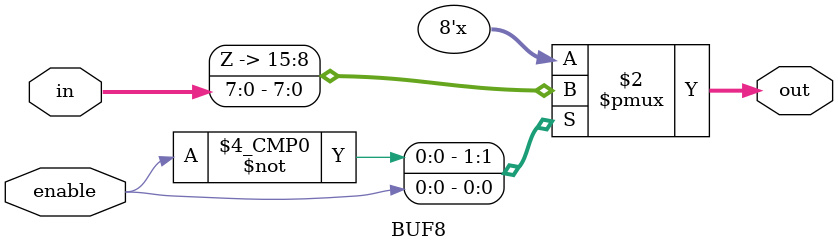
<source format=v>
module BUF8 (
    input [7:0] in,
    input enable,
    output reg [7:0] out
);
    always@(*) begin
        case(enable)
            1'b0 : out = 8'bzzzzzzzz;
            1'b1 : out = in;
        endcase
    end
    
endmodule
</source>
